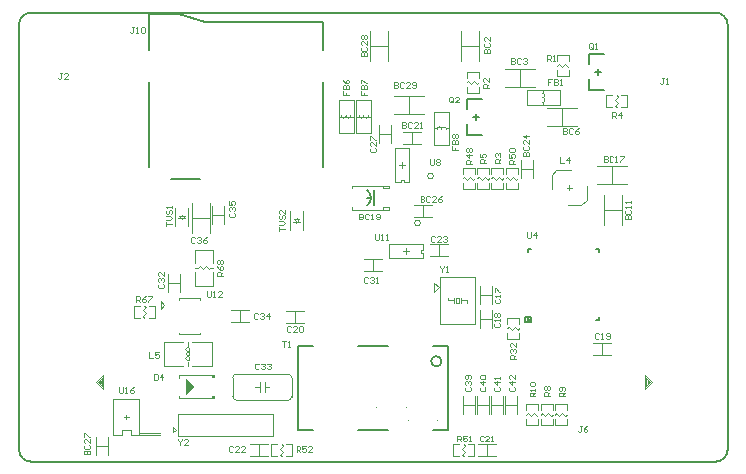
<source format=gto>
%FSLAX44Y44*%
%MOMM*%
G71*
G01*
G75*
%ADD10R,0.5000X0.6000*%
%ADD11R,0.6000X0.5000*%
%ADD12R,0.5000X1.1000*%
%ADD13R,1.1000X0.5000*%
%ADD14R,0.8128X0.8128*%
%ADD15R,1.0160X0.8890*%
%ADD16R,2.4000X1.2500*%
%ADD17R,1.2000X1.2500*%
%ADD18R,0.8890X1.0160*%
%ADD19R,1.6002X1.2954*%
%ADD20R,0.7600X1.5200*%
%ADD21R,0.8128X0.8128*%
%ADD22R,1.0668X0.8128*%
G04:AMPARAMS|DCode=23|XSize=0.22mm|YSize=0.8mm|CornerRadius=0mm|HoleSize=0mm|Usage=FLASHONLY|Rotation=90.000|XOffset=0mm|YOffset=0mm|HoleType=Round|Shape=RoundedRectangle|*
%AMROUNDEDRECTD23*
21,1,0.2200,0.8000,0,0,90.0*
21,1,0.2200,0.8000,0,0,90.0*
1,1,0.0000,0.4000,0.1100*
1,1,0.0000,0.4000,-0.1100*
1,1,0.0000,-0.4000,-0.1100*
1,1,0.0000,-0.4000,0.1100*
%
%ADD23ROUNDEDRECTD23*%
G04:AMPARAMS|DCode=24|XSize=0.22mm|YSize=0.8mm|CornerRadius=0mm|HoleSize=0mm|Usage=FLASHONLY|Rotation=0.000|XOffset=0mm|YOffset=0mm|HoleType=Round|Shape=RoundedRectangle|*
%AMROUNDEDRECTD24*
21,1,0.2200,0.8000,0,0,0.0*
21,1,0.2200,0.8000,0,0,0.0*
1,1,0.0000,0.1100,-0.4000*
1,1,0.0000,-0.1100,-0.4000*
1,1,0.0000,-0.1100,0.4000*
1,1,0.0000,0.1100,0.4000*
%
%ADD24ROUNDEDRECTD24*%
%ADD25R,4.3000X4.3000*%
%ADD26R,0.7000X0.6000*%
%ADD27R,1.2500X0.3000*%
%ADD28R,0.7000X1.6000*%
%ADD29R,1.1000X1.4000*%
%ADD30R,1.6000X1.4000*%
%ADD31R,1.2000X2.2000*%
%ADD32R,1.2000X1.4000*%
%ADD33R,0.8000X1.6000*%
%ADD34R,1.4000X0.6000*%
%ADD35P,1.8385X4X90.0*%
%ADD36R,1.2700X0.5080*%
%ADD37R,1.3970X1.3970*%
%ADD38R,1.2000X1.6000*%
%ADD39R,1.5000X0.4000*%
%ADD40C,0.4000*%
%ADD41C,0.2000*%
%ADD42C,0.3000*%
%ADD43C,0.2540*%
%ADD44C,0.1270*%
%ADD45C,0.6000*%
%ADD46R,1.3000X1.2000*%
%ADD47C,0.0254*%
%ADD48C,4.4000*%
%ADD49C,0.5000*%
G04:AMPARAMS|DCode=50|XSize=4mm|YSize=4mm|CornerRadius=2mm|HoleSize=0mm|Usage=FLASHONLY|Rotation=0.000|XOffset=0mm|YOffset=0mm|HoleType=Round|Shape=RoundedRectangle|*
%AMROUNDEDRECTD50*
21,1,4.0000,0.0000,0,0,0.0*
21,1,0.0000,4.0000,0,0,0.0*
1,1,4.0000,0.0000,0.0000*
1,1,4.0000,0.0000,0.0000*
1,1,4.0000,0.0000,0.0000*
1,1,4.0000,0.0000,0.0000*
%
%ADD50ROUNDEDRECTD50*%
%ADD51R,1.5240X1.5240*%
%ADD52C,1.5240*%
%ADD53C,3.6000*%
%ADD54R,1.4000X1.2000*%
%ADD55R,0.4000X1.0000*%
%ADD56R,1.0000X0.4000*%
%ADD57R,1.6000X1.2000*%
%ADD58O,2.0320X0.6096*%
%ADD59R,2.0320X0.6096*%
%ADD60R,0.7250X2.3500*%
%ADD61R,1.3970X1.3970*%
%ADD62P,1.8385X4X180.0*%
%ADD63R,0.2000X0.7500*%
%ADD64R,0.7500X0.2000*%
%ADD65R,1.5000X0.8000*%
%ADD66R,1.0000X1.5000*%
%ADD67R,2.1000X3.0000*%
%ADD68R,0.8000X2.1000*%
%ADD69R,1.6000X2.2000*%
%ADD70C,0.8000*%
G04:AMPARAMS|DCode=71|XSize=2mm|YSize=2mm|CornerRadius=0mm|HoleSize=0mm|Usage=FLASHONLY|Rotation=180.000|XOffset=0mm|YOffset=0mm|HoleType=Round|Shape=RoundedRectangle|*
%AMROUNDEDRECTD71*
21,1,2.0000,2.0000,0,0,180.0*
21,1,2.0000,2.0000,0,0,180.0*
1,1,0.0000,-1.0000,1.0000*
1,1,0.0000,1.0000,1.0000*
1,1,0.0000,1.0000,-1.0000*
1,1,0.0000,-1.0000,-1.0000*
%
%ADD71ROUNDEDRECTD71*%
%ADD72R,2.1500X6.3000*%
%ADD73C,0.8000*%
%ADD74R,1.1000X0.4000*%
%ADD75R,1.9250X2.3500*%
%ADD76C,4.0000*%
%ADD77C,0.1250*%
%ADD78C,0.1524*%
%ADD79C,0.1200*%
%ADD80C,0.2032*%
%ADD81C,0.1000*%
G36*
X-151313Y-126717D02*
X-158250Y-133654D01*
Y-119779D01*
X-151313Y-126717D01*
D02*
G37*
D41*
X-290000Y190000D02*
G03*
X-300000Y180000I0J-10000D01*
G01*
Y-180000D02*
G03*
X-290000Y-190000I10000J0D01*
G01*
X299941Y180000D02*
G03*
X289941Y190000I-10000J0D01*
G01*
Y-190000D02*
G03*
X299941Y-180000I0J10000D01*
G01*
X128428Y-72250D02*
X133178D01*
X128428D02*
Y-67500D01*
X130678Y-70000D02*
Y-67500D01*
Y-10000D02*
X133178D01*
X130678Y-12500D02*
Y-10000D01*
X188178D02*
X190678D01*
Y-12500D02*
Y-10000D01*
Y-70000D02*
Y-67500D01*
X188178Y-70000D02*
X190678D01*
X130678D02*
X133178D01*
Y-72250D02*
Y-67500D01*
X128428D02*
X133178D01*
X-290000Y190000D02*
X289941Y190000D01*
X300000Y-180000D02*
Y180000D01*
X-290000Y-190000D02*
X289941Y-190000D01*
X-300000Y-180000D02*
Y180000D01*
X289941Y-190000D02*
G03*
X299941Y-180000I0J10000D01*
G01*
Y180000D02*
G03*
X289941Y190000I-10000J0D01*
G01*
X-300000Y-180000D02*
G03*
X-290000Y-190000I10000J0D01*
G01*
Y190000D02*
G03*
X-300000Y180000I0J-10000D01*
G01*
X300000Y-180000D02*
Y180000D01*
X-300000Y-180000D02*
Y180000D01*
X-290000Y-190000D02*
X289941Y-190000D01*
X-290000Y190000D02*
X289941Y190000D01*
D44*
X57726Y-105140D02*
G03*
X57726Y-105140I-4387J0D01*
G01*
X-42629Y59448D02*
Y131448D01*
Y158448D02*
Y182188D01*
X-142629D02*
X-42629D01*
X-164629Y189188D02*
X-142629Y182188D01*
X-189629Y189188D02*
X-164629D01*
X-189629Y158448D02*
Y189188D01*
Y59448D02*
Y131448D01*
X-171353Y48951D02*
X-146883D01*
X-171353D02*
Y49471D01*
X-146883D01*
Y48951D02*
Y49471D01*
D47*
X53993Y-154584D02*
X54000D01*
X27493Y-143984D02*
X27500D01*
X2493D02*
X2500D01*
X28993Y-154584D02*
X29000D01*
D77*
X40000Y12000D02*
G03*
X40000Y12000I-2500J0D01*
G01*
X50842Y51770D02*
G03*
X50842Y51770I-2500J0D01*
G01*
X142728Y114191D02*
G03*
X142731Y118000I637J1904D01*
G01*
X142728Y118001D02*
G03*
X142731Y121810I637J1904D01*
G01*
X-7999Y103272D02*
G03*
X-4190Y103269I1904J-637D01*
G01*
X-11809Y103272D02*
G03*
X-8000Y103269I1904J-637D01*
G01*
X-22999Y103272D02*
G03*
X-19190Y103269I1904J-637D01*
G01*
X-26809Y103272D02*
G03*
X-23000Y103269I1904J-637D01*
G01*
X57999Y90728D02*
G03*
X54190Y90731I-1904J637D01*
G01*
X61809Y90728D02*
G03*
X58000Y90731I-1904J637D01*
G01*
X-155204Y-95190D02*
G03*
X-155204Y-95190I-1796J0D01*
G01*
Y-99000D02*
G03*
X-155204Y-99000I-1796J0D01*
G01*
Y-102810D02*
G03*
X-155204Y-102810I-1796J0D01*
G01*
X-8120Y-18920D02*
X-500D01*
Y-29080D02*
Y-18920D01*
X-8120Y-29080D02*
X-500D01*
Y-18920D02*
X7120D01*
X-500Y-29080D02*
Y-18920D01*
Y-29080D02*
X7120D01*
X15080Y87000D02*
Y94620D01*
X4920Y87000D02*
X15080D01*
X4920D02*
Y94620D01*
X15080Y79380D02*
Y87000D01*
X4920D02*
X15080D01*
X4920Y79380D02*
Y87000D01*
X28000Y-14500D02*
Y-9500D01*
X25500Y-12000D02*
X30500D01*
X13500Y-6000D02*
X42500D01*
X13500Y-18000D02*
Y-6000D01*
Y-18000D02*
X42500D01*
Y-13250D01*
X40687D02*
X42500D01*
X40687D02*
Y-10750D01*
X42500D01*
Y-6000D01*
X21842Y61270D02*
X26842D01*
X24342Y58770D02*
Y63770D01*
X30342Y46770D02*
Y75770D01*
X18342D02*
X30342D01*
X18342Y46770D02*
Y75770D01*
Y46770D02*
X23092D01*
Y48583D01*
X25592D01*
Y46770D02*
Y48583D01*
Y46770D02*
X30342D01*
X133840Y124350D02*
X157970D01*
Y111650D02*
Y124350D01*
X130030Y111650D02*
X157970D01*
X130030D02*
Y124350D01*
X133840D01*
X144000Y112000D02*
Y114190D01*
Y121810D02*
Y124000D01*
X-150620Y-26000D02*
X-148080D01*
X-146810Y-24730D01*
X-144270Y-27270D01*
X-141730Y-24730D01*
X-139190Y-27270D01*
X-137920Y-26000D01*
X-135380D01*
X-150620Y-41240D02*
Y-29810D01*
Y-41240D02*
X-135380D01*
Y-29810D01*
X-150620Y-22190D02*
Y-10760D01*
X-135380D01*
Y-22190D02*
Y-10760D01*
X-2620Y161500D02*
X12620D01*
X-2620Y148800D02*
Y174200D01*
X12620Y148800D02*
Y174200D01*
X-164500Y-136467D02*
Y-134467D01*
Y-118967D02*
Y-116967D01*
X-136750Y-136217D02*
Y-134717D01*
X-136750Y-118717D02*
X-136750Y-116967D01*
X-134500Y-136467D02*
Y-134717D01*
Y-118717D02*
Y-116967D01*
X-164500D02*
X-134500D01*
X-164500Y-136467D02*
X-134500D01*
X-135500Y-118717D02*
X-135500Y-116967D01*
Y-136217D02*
Y-134717D01*
X-136750D02*
X-134500D01*
X-136750Y-118717D02*
X-134500D01*
X111920Y-149620D02*
Y-142000D01*
X122080D01*
Y-149620D02*
Y-142000D01*
X111920D02*
Y-134380D01*
Y-142000D02*
X122080D01*
Y-134380D01*
X99920Y-149620D02*
Y-142000D01*
X110080D01*
Y-149620D02*
Y-142000D01*
X99920D02*
Y-134380D01*
Y-142000D02*
X110080D01*
Y-134380D01*
X87920Y-149620D02*
Y-142000D01*
X98080D01*
Y-149620D02*
Y-142000D01*
X87920D02*
Y-134380D01*
Y-142000D02*
X98080D01*
Y-134380D01*
X75920Y-149620D02*
Y-142000D01*
X86080D01*
Y-149620D02*
Y-142000D01*
X75920D02*
Y-134380D01*
Y-142000D02*
X86080D01*
Y-134380D01*
X111300Y127380D02*
X136700D01*
X111300Y142620D02*
X136700D01*
X124000Y127380D02*
Y142620D01*
X13568Y23302D02*
Y25301D01*
X8569D02*
X13568D01*
X8569Y23302D02*
Y25301D01*
Y23302D02*
X13568D01*
Y41303D02*
Y43302D01*
X8569D02*
X13568D01*
X8569Y41303D02*
Y43302D01*
Y41303D02*
X13568D01*
Y23302D02*
Y25301D01*
X-18431Y23302D02*
X13568D01*
X-18431D02*
Y25301D01*
Y41303D02*
Y43302D01*
X13568D01*
Y41303D02*
Y43302D01*
X30000Y104380D02*
Y119620D01*
X17300D02*
X42700D01*
X17300Y104380D02*
X42700D01*
X-4190Y102000D02*
X-2000D01*
X-14000D02*
X-11810D01*
X-1650Y112160D02*
Y115970D01*
X-14350D02*
X-1650D01*
X-14350Y88030D02*
Y115970D01*
Y88030D02*
X-1650D01*
Y112160D01*
X-19190Y102000D02*
X-17000D01*
X-29000D02*
X-26810D01*
X-16650Y112160D02*
Y115970D01*
X-29350D02*
X-16650D01*
X-29350Y88030D02*
Y115970D01*
Y88030D02*
X-16650D01*
Y112160D01*
X155920Y145000D02*
X157190Y146270D01*
X159730Y143730D01*
X162270Y146270D01*
X164810Y143730D01*
X166080Y145000D01*
X155920Y136110D02*
Y141190D01*
Y136110D02*
X166080D01*
Y141190D01*
X155920Y148810D02*
Y153890D01*
X166080D01*
Y148810D02*
Y153890D01*
X78920Y131000D02*
X80190Y132270D01*
X82730Y129730D01*
X85270Y132270D01*
X87810Y129730D01*
X89080Y131000D01*
X78920Y122110D02*
Y127190D01*
Y122110D02*
X89080D01*
Y127190D01*
X78920Y134810D02*
Y139890D01*
X89080D01*
Y134810D02*
Y139890D01*
X42000Y16920D02*
X49620D01*
X42000D02*
Y27080D01*
X49620D01*
X34380Y16920D02*
X42000D01*
Y27080D01*
X34380D02*
X42000D01*
X125260Y50380D02*
Y58000D01*
X135420D01*
Y50380D02*
Y58000D01*
X125260D02*
Y65620D01*
Y58000D02*
X135420D01*
Y65620D01*
X162710Y-151540D02*
X163980Y-150270D01*
X160170Y-149000D02*
X162710Y-151540D01*
X157630D02*
X160170Y-149000D01*
X155090D02*
X157630Y-151540D01*
X153820Y-150270D02*
X155090Y-149000D01*
X163980Y-146460D02*
Y-141380D01*
X153820D02*
X163980D01*
X153820Y-146460D02*
Y-141380D01*
X163980Y-159160D02*
Y-154080D01*
X153820Y-159160D02*
X163980D01*
X153820D02*
Y-154080D01*
X138540Y-151540D02*
X139810Y-150270D01*
X136000Y-149000D02*
X138540Y-151540D01*
X133460D02*
X136000Y-149000D01*
X130920D02*
X133460Y-151540D01*
X129650Y-150270D02*
X130920Y-149000D01*
X139810Y-146460D02*
Y-141380D01*
X129650D02*
X139810D01*
X129650Y-146460D02*
Y-141380D01*
X139810Y-159160D02*
Y-154080D01*
X129650Y-159160D02*
X139810D01*
X129650D02*
Y-154080D01*
X150540Y-151540D02*
X151810Y-150270D01*
X148000Y-149000D02*
X150540Y-151540D01*
X145460D02*
X148000Y-149000D01*
X142920D02*
X145460Y-151540D01*
X141650Y-150270D02*
X142920Y-149000D01*
X151810Y-146460D02*
Y-141380D01*
X141650D02*
X151810D01*
X141650Y-146460D02*
Y-141380D01*
X151810Y-159160D02*
Y-154080D01*
X141650Y-159160D02*
X151810D01*
X141650D02*
Y-154080D01*
X52000Y92000D02*
X54190D01*
X61810D02*
X64000D01*
X51650Y78030D02*
Y81840D01*
Y78030D02*
X64350D01*
Y105970D01*
X51650D02*
X64350D01*
X51650Y81840D02*
Y105970D01*
X209810Y109920D02*
X214890D01*
Y120080D01*
X209810D02*
X214890D01*
X197110Y109920D02*
X202190D01*
X197110D02*
Y120080D01*
X202190D01*
X204730Y111190D02*
X206000Y109920D01*
X204730Y111190D02*
X207270Y113730D01*
X204730Y116270D02*
X207270Y113730D01*
X204730Y116270D02*
X207270Y118810D01*
X206000Y120080D02*
X207270Y118810D01*
X186380Y-89920D02*
X194000D01*
Y-100080D02*
Y-89920D01*
X186380Y-100080D02*
X194000D01*
Y-89920D02*
X201620D01*
X194000Y-100080D02*
Y-89920D01*
Y-100080D02*
X201620D01*
X-67270Y15000D02*
X-62730D01*
X-67270D02*
X-65000Y12730D01*
X-62730Y15000D01*
X-70500Y6000D02*
Y22000D01*
X-59500Y6000D02*
Y22000D01*
X-68000Y13000D02*
X-62000D01*
X-65033Y12000D02*
Y13000D01*
X-65000Y15000D02*
Y16000D01*
X-136348Y11486D02*
Y19106D01*
X-126188D01*
Y11486D02*
Y19106D01*
X-136348D02*
Y26726D01*
Y19106D02*
X-126188D01*
Y26726D01*
X-224920Y-177000D02*
Y-169380D01*
X-235080Y-177000D02*
X-224920D01*
X-235080D02*
Y-169380D01*
X-224920Y-184620D02*
Y-177000D01*
X-235080D02*
X-224920D01*
X-235080Y-184620D02*
Y-177000D01*
X100129Y-49066D02*
Y-41446D01*
X89969Y-49066D02*
X100129D01*
X89969D02*
Y-41446D01*
X100129Y-56686D02*
Y-49066D01*
X89969D02*
X100129D01*
X89969Y-56686D02*
Y-49066D01*
X90050Y-76741D02*
Y-69121D01*
X100210D01*
Y-76741D02*
Y-69121D01*
X90050D02*
Y-61501D01*
Y-69121D02*
X100210D01*
Y-61501D01*
X108750Y48730D02*
X110020Y50000D01*
X106210Y51270D02*
X108750Y48730D01*
X103670D02*
X106210Y51270D01*
X101130D02*
X103670Y48730D01*
X99860Y50000D02*
X101130Y51270D01*
X110020Y53810D02*
Y58890D01*
X99860D02*
X110020D01*
X99860Y53810D02*
Y58890D01*
X110020Y41110D02*
Y46190D01*
X99860Y41110D02*
X110020D01*
X99860D02*
Y46190D01*
X96730Y48730D02*
X98000Y50000D01*
X94190Y51270D02*
X96730Y48730D01*
X91650D02*
X94190Y51270D01*
X89110D02*
X91650Y48730D01*
X87840Y50000D02*
X89110Y51270D01*
X98000Y53810D02*
Y58890D01*
X87840D02*
X98000D01*
X87840Y53810D02*
Y58890D01*
X98000Y41110D02*
Y46190D01*
X87840Y41110D02*
X98000D01*
X87840D02*
Y46190D01*
X113276Y-77000D02*
X114546Y-75730D01*
X117086Y-78270D01*
X119626Y-75730D01*
X122166Y-78270D01*
X123436Y-77000D01*
X113276Y-85890D02*
Y-80810D01*
Y-85890D02*
X123436D01*
Y-80810D01*
X113276Y-73190D02*
Y-68110D01*
X123436D01*
Y-73190D02*
Y-68110D01*
X84789Y48730D02*
X86059Y50000D01*
X82248Y51270D02*
X84789Y48730D01*
X79708D02*
X82248Y51270D01*
X77168D02*
X79708Y48730D01*
X75898Y50000D02*
X77168Y51270D01*
X86059Y53810D02*
Y58890D01*
X75898D02*
X86059D01*
X75898Y53810D02*
Y58890D01*
X86059Y41110D02*
Y46190D01*
X75898Y41110D02*
X86059D01*
X75898D02*
Y46190D01*
X112146Y50000D02*
X113416Y51270D01*
X115956Y48730D01*
X118496Y51270D01*
X121036Y48730D01*
X122306Y50000D01*
X112146Y41110D02*
Y46190D01*
Y41110D02*
X122306D01*
Y46190D01*
X112146Y53810D02*
Y58890D01*
X122306D01*
Y53810D02*
Y58890D01*
X-104720Y-175394D02*
X-97100D01*
Y-185554D02*
Y-175394D01*
X-104720Y-185554D02*
X-97100D01*
Y-175394D02*
X-89480D01*
X-97100Y-185554D02*
Y-175394D01*
Y-185554D02*
X-89480D01*
X-73743D02*
X-68663D01*
Y-175394D01*
X-73743D02*
X-68663D01*
X-86443Y-185554D02*
X-81363D01*
X-86443D02*
Y-175394D01*
X-81363D01*
X-78823Y-184284D02*
X-77553Y-185554D01*
X-78823Y-184284D02*
X-76283Y-181744D01*
X-78823Y-179204D02*
X-76283Y-181744D01*
X-78823Y-179204D02*
X-76283Y-176664D01*
X-77553Y-175394D02*
X-76283Y-176664D01*
X96000Y-185554D02*
X103620D01*
X96000D02*
Y-175394D01*
X103620D01*
X88380Y-185554D02*
X96000D01*
Y-175394D01*
X88380D02*
X96000D01*
X67563D02*
X72643D01*
X67563Y-185554D02*
Y-175394D01*
Y-185554D02*
X72643D01*
X80263Y-175394D02*
X85343D01*
Y-185554D02*
Y-175394D01*
X80263Y-185554D02*
X85343D01*
X76453Y-175394D02*
X77723Y-176664D01*
X75183Y-179204D02*
X77723Y-176664D01*
X75183Y-179204D02*
X77723Y-181744D01*
X75183Y-184284D02*
X77723Y-181744D01*
X75183Y-184284D02*
X76453Y-185554D01*
X55540Y-16080D02*
X63160D01*
X55540D02*
Y-5920D01*
X63160D01*
X47920Y-16080D02*
X55540D01*
Y-5920D01*
X47920D02*
X55540D01*
X25380Y89080D02*
X33000D01*
Y78920D02*
Y89080D01*
X25380Y78920D02*
X33000D01*
Y89080D02*
X40620D01*
X33000Y78920D02*
Y89080D01*
Y78920D02*
X40620D01*
X74110Y161500D02*
X89350D01*
X74110Y148800D02*
Y174200D01*
X89350Y148800D02*
Y174200D01*
X-170000Y-165000D02*
X-167000Y-163000D01*
X-170000Y-165000D02*
Y-161000D01*
X-167000Y-163000D01*
X-165000Y-168000D02*
Y-150000D01*
Y-168000D02*
X-85000D01*
Y-150000D01*
X-165000D02*
X-85000D01*
X-73620Y-62920D02*
X-66000D01*
Y-73080D02*
Y-62920D01*
X-73620Y-73080D02*
X-66000D01*
Y-62920D02*
X-58380D01*
X-66000Y-73080D02*
Y-62920D01*
Y-73080D02*
X-58380D01*
X-153620Y3300D02*
Y28700D01*
X-138380Y3300D02*
Y28700D01*
X-153620Y16000D02*
X-138380D01*
X-162000Y18000D02*
Y19000D01*
X-162033Y15000D02*
Y16000D01*
X-165000D02*
X-159000D01*
X-156500Y9000D02*
Y25000D01*
X-167500Y9000D02*
Y25000D01*
X-162000Y15730D02*
X-159730Y18000D01*
X-164270D02*
X-162000Y15730D01*
X-164270Y18000D02*
X-159730D01*
X202000Y45380D02*
Y60620D01*
X189300D02*
X214700D01*
X189300Y45380D02*
X214700D01*
X160000Y94380D02*
Y109620D01*
X147300D02*
X172700D01*
X147300Y94380D02*
X172700D01*
X195380Y23000D02*
X210620D01*
X195380Y10300D02*
Y35700D01*
X210620Y10300D02*
Y35700D01*
X-180000Y-54500D02*
X-177000Y-57500D01*
X-180000Y-60500D02*
Y-54500D01*
Y-60500D02*
X-177000Y-57500D01*
X-147110Y-82240D02*
Y-80970D01*
X-164890Y-82240D02*
X-147110D01*
X-164890D02*
Y-80970D01*
X-147110Y-53030D02*
Y-51760D01*
X-164890D02*
X-147110D01*
X-164890Y-53030D02*
Y-51760D01*
X-195270Y-66810D02*
X-194000Y-68080D01*
X-195270Y-66810D02*
X-192730Y-64270D01*
X-195270Y-61730D02*
X-192730Y-64270D01*
X-195270Y-61730D02*
X-192730Y-59190D01*
X-194000Y-57920D02*
X-192730Y-59190D01*
X-190190Y-68080D02*
X-185110D01*
Y-57920D01*
X-190190D02*
X-185110D01*
X-202890Y-68080D02*
X-197810D01*
X-202890D02*
Y-57920D01*
X-197810D01*
X-157000Y-109160D02*
Y-105350D01*
Y-92650D02*
Y-88840D01*
X-153190Y-109160D02*
X-136680D01*
Y-88840D01*
X-153190D02*
X-136680D01*
X-177320D02*
X-160810D01*
X-177320Y-109160D02*
Y-88840D01*
Y-109160D02*
X-160810D01*
X-113000Y-72080D02*
X-105380D01*
X-113000D02*
Y-61920D01*
X-105380D01*
X-120620Y-72080D02*
X-113000D01*
Y-61920D01*
X-120620D02*
X-113000D01*
X-174080Y-46620D02*
Y-39000D01*
X-163920D01*
Y-46620D02*
Y-39000D01*
X-174080D02*
Y-31380D01*
Y-39000D02*
X-163920D01*
Y-31380D01*
D78*
X-5138Y26794D02*
G03*
X-5257Y39697I-4789J6408D01*
G01*
X231Y26852D02*
Y39552D01*
X-5181Y33202D02*
X-2563D01*
D79*
X-116000Y-116000D02*
G03*
X-119000Y-119000I0J-3000D01*
G01*
X-69000D02*
G03*
X-72000Y-116000I-3000J0D01*
G01*
Y-138000D02*
G03*
X-69000Y-135000I0J3000D01*
G01*
X-119000D02*
G03*
X-116000Y-138000I3000J0D01*
G01*
X-231950Y-122500D02*
X-230950Y-123500D01*
Y-121500D01*
X-231950Y-122500D02*
X-230950Y-121500D01*
X-233450Y-122500D02*
X-229950Y-126000D01*
Y-119000D01*
X-233450Y-122500D02*
X-229950Y-119000D01*
X-234950Y-122500D02*
X-228950Y-128500D01*
Y-116500D01*
X-234950Y-122500D02*
X-228950Y-116500D01*
X56236Y-33612D02*
X86236D01*
X56236Y-73611D02*
Y-33612D01*
Y-73611D02*
X86236D01*
Y-33612D01*
X79236Y-55612D02*
Y-53611D01*
X74236D02*
X79236D01*
X63236D02*
Y-51611D01*
Y-53611D02*
X68236D01*
X51236Y-46611D02*
X55236Y-42611D01*
X51236Y-46611D02*
Y-38612D01*
X55236Y-42611D01*
X74236Y-55612D02*
Y-51611D01*
X70236D02*
X72236D01*
Y-55612D02*
Y-51611D01*
X70236Y-55612D02*
X72236D01*
X70236D02*
Y-51611D01*
X68236Y-55612D02*
Y-51611D01*
X56236Y-33612D02*
X86236D01*
X56236Y-73611D02*
Y-33612D01*
Y-73611D02*
X86236D01*
Y-33612D01*
X232200Y-121750D02*
X233200Y-122750D01*
X232200Y-123750D02*
Y-121750D01*
Y-123750D02*
X233200Y-122750D01*
X231200Y-119250D02*
X234700Y-122750D01*
X231200Y-126250D02*
Y-119250D01*
Y-126250D02*
X234700Y-122750D01*
X230200Y-116750D02*
X236200Y-122750D01*
X230200Y-128750D02*
Y-116750D01*
Y-128750D02*
X236200Y-122750D01*
X151000Y53000D02*
X155000Y57000D01*
Y57000D02*
X167000D01*
X151000Y41000D02*
Y53000D01*
X164000Y42000D02*
X168000D01*
X166000Y40000D02*
Y44000D01*
X164750Y27000D02*
X176250Y27000D01*
X176250Y27000D02*
X181000Y31750D01*
X181000Y43000D02*
X181000Y31750D01*
X-116000Y-116000D02*
X-72000D01*
X-69000Y-135000D02*
Y-119000D01*
X-116000Y-138000D02*
X-72000D01*
X-119000Y-135000D02*
Y-119000D01*
X-96000Y-131000D02*
Y-123000D01*
X-92000Y-131000D02*
Y-123000D01*
Y-127000D02*
X-88000D01*
X-100000D02*
X-96000D01*
X-209000Y-154250D02*
Y-150250D01*
X-211000Y-152250D02*
X-207000D01*
X-220000Y-167250D02*
X-213000D01*
Y-163250D01*
X-205000D01*
Y-167250D02*
Y-163250D01*
Y-167250D02*
X-198250D01*
Y-137250D01*
X-220000D02*
X-198250D01*
X-220000Y-167250D02*
Y-137250D01*
X-198250Y-167250D02*
X-180250D01*
X-198250Y-166250D02*
X-180250D01*
D80*
X-63500Y-92450D02*
X-50800Y-92440D01*
X50800D02*
X63500Y-92450D01*
X-63500Y-163550D02*
X-50800Y-163560D01*
X50800D02*
X63500Y-163550D01*
X-12700Y-163560D02*
X12700D01*
X-63500Y-163550D02*
Y-92450D01*
X-12700Y-92440D02*
X12700D01*
X63500Y-163550D02*
Y-92450D01*
X182456Y155189D02*
X195156D01*
X182456Y124709D02*
X195156D01*
X187574Y139949D02*
X192578D01*
X182456Y146299D02*
Y155189D01*
Y124709D02*
Y133599D01*
X190076Y137447D02*
Y142451D01*
X79456Y117189D02*
X92156D01*
X79456Y86709D02*
X92156D01*
X84574Y101949D02*
X89578D01*
X79456Y108299D02*
Y117189D01*
Y86709D02*
Y95599D01*
X87076Y99447D02*
Y104451D01*
D81*
X-4304Y-34835D02*
X-5137Y-34002D01*
X-6803D01*
X-7636Y-34835D01*
Y-38167D01*
X-6803Y-39000D01*
X-5137D01*
X-4304Y-38167D01*
X-2638Y-34835D02*
X-1805Y-34002D01*
X-139D01*
X694Y-34835D01*
Y-35668D01*
X-139Y-36501D01*
X-972D01*
X-139D01*
X694Y-37334D01*
Y-38167D01*
X-139Y-39000D01*
X-1805D01*
X-2638Y-38167D01*
X2360Y-39000D02*
X4027D01*
X3194D01*
Y-34002D01*
X2360Y-34835D01*
X-2165Y75332D02*
X-2998Y74499D01*
Y72833D01*
X-2165Y72000D01*
X1167D01*
X2000Y72833D01*
Y74499D01*
X1167Y75332D01*
X2000Y80331D02*
Y76998D01*
X-1332Y80331D01*
X-2165D01*
X-2998Y79498D01*
Y77831D01*
X-2165Y76998D01*
X-2998Y81997D02*
Y85329D01*
X-2165D01*
X1167Y81997D01*
X2000D01*
X1425Y2923D02*
Y-1242D01*
X2258Y-2075D01*
X3924D01*
X4757Y-1242D01*
Y2923D01*
X6423Y-2075D02*
X8089D01*
X7256D01*
Y2923D01*
X6423Y2090D01*
X10589Y-2075D02*
X12255D01*
X11422D01*
Y2923D01*
X10589Y2090D01*
X48342Y66268D02*
Y62103D01*
X49175Y61270D01*
X50841D01*
X51674Y62103D01*
Y66268D01*
X53340Y65435D02*
X54173Y66268D01*
X55839D01*
X56673Y65435D01*
Y64602D01*
X55839Y63769D01*
X56673Y62936D01*
Y62103D01*
X55839Y61270D01*
X54173D01*
X53340Y62103D01*
Y62936D01*
X54173Y63769D01*
X53340Y64602D01*
Y65435D01*
X54173Y63769D02*
X55839D01*
X-165000Y-171002D02*
Y-171835D01*
X-163334Y-173501D01*
X-161668Y-171835D01*
Y-171002D01*
X-163334Y-173501D02*
Y-176000D01*
X-156669D02*
X-160002D01*
X-156669Y-172668D01*
Y-171835D01*
X-157502Y-171002D01*
X-159169D01*
X-160002Y-171835D01*
X-127000Y-33000D02*
X-131998D01*
Y-30501D01*
X-131165Y-29668D01*
X-129499D01*
X-128666Y-30501D01*
Y-33000D01*
Y-31334D02*
X-127000Y-29668D01*
X-131998Y-24669D02*
X-131165Y-26335D01*
X-129499Y-28002D01*
X-127833D01*
X-127000Y-27169D01*
Y-25503D01*
X-127833Y-24669D01*
X-128666D01*
X-129499Y-25503D01*
Y-28002D01*
X-131165Y-23003D02*
X-131998Y-22170D01*
Y-20504D01*
X-131165Y-19671D01*
X-130332D01*
X-129499Y-20504D01*
X-128666Y-19671D01*
X-127833D01*
X-127000Y-20504D01*
Y-22170D01*
X-127833Y-23003D01*
X-128666D01*
X-129499Y-22170D01*
X-130332Y-23003D01*
X-131165D01*
X-129499Y-22170D02*
Y-20504D01*
X-186000Y-116002D02*
Y-121000D01*
X-183501D01*
X-182668Y-120167D01*
Y-116835D01*
X-183501Y-116002D01*
X-186000D01*
X-178503Y-121000D02*
Y-116002D01*
X-181002Y-118501D01*
X-177669D01*
X17479Y131397D02*
Y126399D01*
X19978D01*
X20811Y127232D01*
Y128065D01*
X19978Y128898D01*
X17479D01*
X19978D01*
X20811Y129731D01*
Y130564D01*
X19978Y131397D01*
X17479D01*
X25810Y130564D02*
X24976Y131397D01*
X23310D01*
X22477Y130564D01*
Y127232D01*
X23310Y126399D01*
X24976D01*
X25810Y127232D01*
X30808Y126399D02*
X27476D01*
X30808Y129731D01*
Y130564D01*
X29975Y131397D01*
X28309D01*
X27476Y130564D01*
X32474Y127232D02*
X33307Y126399D01*
X34973D01*
X35806Y127232D01*
Y130564D01*
X34973Y131397D01*
X33307D01*
X32474Y130564D01*
Y129731D01*
X33307Y128898D01*
X35806D01*
X-9998Y153000D02*
X-5000D01*
Y155499D01*
X-5833Y156332D01*
X-6666D01*
X-7499Y155499D01*
Y153000D01*
Y155499D01*
X-8332Y156332D01*
X-9165D01*
X-9998Y155499D01*
Y153000D01*
X-9165Y161331D02*
X-9998Y160497D01*
Y158831D01*
X-9165Y157998D01*
X-5833D01*
X-5000Y158831D01*
Y160497D01*
X-5833Y161331D01*
X-5000Y166329D02*
Y162997D01*
X-8332Y166329D01*
X-9165D01*
X-9998Y165496D01*
Y163830D01*
X-9165Y162997D01*
Y167995D02*
X-9998Y168828D01*
Y170494D01*
X-9165Y171327D01*
X-8332D01*
X-7499Y170494D01*
X-6666Y171327D01*
X-5833D01*
X-5000Y170494D01*
Y168828D01*
X-5833Y167995D01*
X-6666D01*
X-7499Y168828D01*
X-8332Y167995D01*
X-9165D01*
X-7499Y168828D02*
Y170494D01*
X24708Y97271D02*
Y92272D01*
X27207D01*
X28040Y93105D01*
Y93939D01*
X27207Y94772D01*
X24708D01*
X27207D01*
X28040Y95605D01*
Y96438D01*
X27207Y97271D01*
X24708D01*
X33038Y96438D02*
X32205Y97271D01*
X30539D01*
X29706Y96438D01*
Y93105D01*
X30539Y92272D01*
X32205D01*
X33038Y93105D01*
X38037Y92272D02*
X34704D01*
X38037Y95605D01*
Y96438D01*
X37204Y97271D01*
X35537D01*
X34704Y96438D01*
X39703Y92272D02*
X41369D01*
X40536D01*
Y97271D01*
X39703Y96438D01*
X67002Y77332D02*
Y74000D01*
X69501D01*
Y75666D01*
Y74000D01*
X72000D01*
X67002Y78998D02*
X72000D01*
Y81497D01*
X71167Y82331D01*
X70334D01*
X69501Y81497D01*
Y78998D01*
Y81497D01*
X68668Y82331D01*
X67835D01*
X67002Y81497D01*
Y78998D01*
X67835Y83997D02*
X67002Y84830D01*
Y86496D01*
X67835Y87329D01*
X68668D01*
X69501Y86496D01*
X70334Y87329D01*
X71167D01*
X72000Y86496D01*
Y84830D01*
X71167Y83997D01*
X70334D01*
X69501Y84830D01*
X68668Y83997D01*
X67835D01*
X69501Y84830D02*
Y86496D01*
X93732Y155855D02*
X98730D01*
Y158354D01*
X97897Y159187D01*
X97064D01*
X96231Y158354D01*
Y155855D01*
Y158354D01*
X95398Y159187D01*
X94565D01*
X93732Y158354D01*
Y155855D01*
X94565Y164186D02*
X93732Y163353D01*
Y161686D01*
X94565Y160853D01*
X97897D01*
X98730Y161686D01*
Y163353D01*
X97897Y164186D01*
X98730Y169184D02*
Y165852D01*
X95398Y169184D01*
X94565D01*
X93732Y168351D01*
Y166685D01*
X94565Y165852D01*
X117000Y151998D02*
Y147000D01*
X119499D01*
X120332Y147833D01*
Y148666D01*
X119499Y149499D01*
X117000D01*
X119499D01*
X120332Y150332D01*
Y151165D01*
X119499Y151998D01*
X117000D01*
X125331Y151165D02*
X124497Y151998D01*
X122831D01*
X121998Y151165D01*
Y147833D01*
X122831Y147000D01*
X124497D01*
X125331Y147833D01*
X126997Y151165D02*
X127830Y151998D01*
X129496D01*
X130329Y151165D01*
Y150332D01*
X129496Y149499D01*
X128663D01*
X129496D01*
X130329Y148666D01*
Y147833D01*
X129496Y147000D01*
X127830D01*
X126997Y147833D01*
X161000Y91998D02*
Y87000D01*
X163499D01*
X164332Y87833D01*
Y88666D01*
X163499Y89499D01*
X161000D01*
X163499D01*
X164332Y90332D01*
Y91165D01*
X163499Y91998D01*
X161000D01*
X169331Y91165D02*
X168498Y91998D01*
X166831D01*
X165998Y91165D01*
Y87833D01*
X166831Y87000D01*
X168498D01*
X169331Y87833D01*
X174329Y91998D02*
X172663Y91165D01*
X170997Y89499D01*
Y87833D01*
X171830Y87000D01*
X173496D01*
X174329Y87833D01*
Y88666D01*
X173496Y89499D01*
X170997D01*
X213002Y15000D02*
X218000D01*
Y17499D01*
X217167Y18332D01*
X216334D01*
X215501Y17499D01*
Y15000D01*
Y17499D01*
X214668Y18332D01*
X213835D01*
X213002Y17499D01*
Y15000D01*
X213835Y23331D02*
X213002Y22497D01*
Y20831D01*
X213835Y19998D01*
X217167D01*
X218000Y20831D01*
Y22497D01*
X217167Y23331D01*
X218000Y24997D02*
Y26663D01*
Y25830D01*
X213002D01*
X213835Y24997D01*
X218000Y29162D02*
Y30828D01*
Y29995D01*
X213002D01*
X213835Y29162D01*
X195000Y68998D02*
Y64000D01*
X197499D01*
X198332Y64833D01*
Y65666D01*
X197499Y66499D01*
X195000D01*
X197499D01*
X198332Y67332D01*
Y68165D01*
X197499Y68998D01*
X195000D01*
X203331Y68165D02*
X202498Y68998D01*
X200831D01*
X199998Y68165D01*
Y64833D01*
X200831Y64000D01*
X202498D01*
X203331Y64833D01*
X204997Y64000D02*
X206663D01*
X205830D01*
Y68998D01*
X204997Y68165D01*
X209162Y68998D02*
X212494D01*
Y68165D01*
X209162Y64833D01*
Y64000D01*
X-12064Y19953D02*
Y14954D01*
X-9564D01*
X-8731Y15787D01*
Y16621D01*
X-9564Y17454D01*
X-12064D01*
X-9564D01*
X-8731Y18287D01*
Y19120D01*
X-9564Y19953D01*
X-12064D01*
X-3733Y19120D02*
X-4566Y19953D01*
X-6232D01*
X-7065Y19120D01*
Y15787D01*
X-6232Y14954D01*
X-4566D01*
X-3733Y15787D01*
X-2067Y14954D02*
X-401D01*
X-1234D01*
Y19953D01*
X-2067Y19120D01*
X2098Y15787D02*
X2932Y14954D01*
X4598D01*
X5431Y15787D01*
Y19120D01*
X4598Y19953D01*
X2932D01*
X2098Y19120D01*
Y18287D01*
X2932Y17454D01*
X5431D01*
X126788Y68522D02*
X131786D01*
Y71022D01*
X130953Y71855D01*
X130120D01*
X129287Y71022D01*
Y68522D01*
Y71022D01*
X128454Y71855D01*
X127621D01*
X126788Y71022D01*
Y68522D01*
X127621Y76853D02*
X126788Y76020D01*
Y74354D01*
X127621Y73521D01*
X130953D01*
X131786Y74354D01*
Y76020D01*
X130953Y76853D01*
X131786Y81851D02*
Y78519D01*
X128454Y81851D01*
X127621D01*
X126788Y81018D01*
Y79352D01*
X127621Y78519D01*
X131786Y86017D02*
X126788D01*
X129287Y83518D01*
Y86850D01*
X40000Y34998D02*
Y30000D01*
X42499D01*
X43332Y30833D01*
Y31666D01*
X42499Y32499D01*
X40000D01*
X42499D01*
X43332Y33332D01*
Y34165D01*
X42499Y34998D01*
X40000D01*
X48331Y34165D02*
X47498Y34998D01*
X45831D01*
X44998Y34165D01*
Y30833D01*
X45831Y30000D01*
X47498D01*
X48331Y30833D01*
X53329Y30000D02*
X49997D01*
X53329Y33332D01*
Y34165D01*
X52496Y34998D01*
X50830D01*
X49997Y34165D01*
X58327Y34998D02*
X56661Y34165D01*
X54995Y32499D01*
Y30833D01*
X55828Y30000D01*
X57494D01*
X58327Y30833D01*
Y31666D01*
X57494Y32499D01*
X54995D01*
X-244998Y-184000D02*
X-240000D01*
Y-181501D01*
X-240833Y-180668D01*
X-241666D01*
X-242499Y-181501D01*
Y-184000D01*
Y-181501D01*
X-243332Y-180668D01*
X-244165D01*
X-244998Y-181501D01*
Y-184000D01*
X-244165Y-175669D02*
X-244998Y-176502D01*
Y-178169D01*
X-244165Y-179002D01*
X-240833D01*
X-240000Y-178169D01*
Y-176502D01*
X-240833Y-175669D01*
X-240000Y-170671D02*
Y-174003D01*
X-243332Y-170671D01*
X-244165D01*
X-244998Y-171504D01*
Y-173170D01*
X-244165Y-174003D01*
X-244998Y-169005D02*
Y-165673D01*
X-244165D01*
X-240833Y-169005D01*
X-240000D01*
X103475Y-52127D02*
X102642Y-52960D01*
Y-54626D01*
X103475Y-55459D01*
X106807D01*
X107640Y-54626D01*
Y-52960D01*
X106807Y-52127D01*
X107640Y-50461D02*
Y-48794D01*
Y-49627D01*
X102642D01*
X103475Y-50461D01*
X102642Y-46295D02*
Y-42963D01*
X103475D01*
X106807Y-46295D01*
X107640D01*
X102922Y-73039D02*
X102089Y-73872D01*
Y-75538D01*
X102922Y-76371D01*
X106254D01*
X107087Y-75538D01*
Y-73872D01*
X106254Y-73039D01*
X107087Y-71372D02*
Y-69706D01*
Y-70539D01*
X102089D01*
X102922Y-71372D01*
Y-67207D02*
X102089Y-66374D01*
Y-64708D01*
X102922Y-63875D01*
X103755D01*
X104588Y-64708D01*
X105421Y-63875D01*
X106254D01*
X107087Y-64708D01*
Y-66374D01*
X106254Y-67207D01*
X105421D01*
X104588Y-66374D01*
X103755Y-67207D01*
X102922D01*
X104588Y-66374D02*
Y-64708D01*
X191065Y-82265D02*
X190232Y-81432D01*
X188566D01*
X187733Y-82265D01*
Y-85597D01*
X188566Y-86431D01*
X190232D01*
X191065Y-85597D01*
X192731Y-86431D02*
X194397D01*
X193564D01*
Y-81432D01*
X192731Y-82265D01*
X196896Y-85597D02*
X197729Y-86431D01*
X199396D01*
X200229Y-85597D01*
Y-82265D01*
X199396Y-81432D01*
X197729D01*
X196896Y-82265D01*
Y-83098D01*
X197729Y-83931D01*
X200229D01*
X-69710Y-76373D02*
X-70543Y-75540D01*
X-72209D01*
X-73042Y-76373D01*
Y-79705D01*
X-72209Y-80538D01*
X-70543D01*
X-69710Y-79705D01*
X-64712Y-80538D02*
X-68044D01*
X-64712Y-77206D01*
Y-76373D01*
X-65545Y-75540D01*
X-67211D01*
X-68044Y-76373D01*
X-63046D02*
X-62213Y-75540D01*
X-60546D01*
X-59713Y-76373D01*
Y-79705D01*
X-60546Y-80538D01*
X-62213D01*
X-63046Y-79705D01*
Y-76373D01*
X93332Y-168835D02*
X92499Y-168002D01*
X90833D01*
X90000Y-168835D01*
Y-172167D01*
X90833Y-173000D01*
X92499D01*
X93332Y-172167D01*
X98331Y-173000D02*
X94998D01*
X98331Y-169668D01*
Y-168835D01*
X97498Y-168002D01*
X95831D01*
X94998Y-168835D01*
X99997Y-173000D02*
X101663D01*
X100830D01*
Y-168002D01*
X99997Y-168835D01*
X-118668Y-177835D02*
X-119501Y-177002D01*
X-121167D01*
X-122000Y-177835D01*
Y-181167D01*
X-121167Y-182000D01*
X-119501D01*
X-118668Y-181167D01*
X-113669Y-182000D02*
X-117002D01*
X-113669Y-178668D01*
Y-177835D01*
X-114502Y-177002D01*
X-116169D01*
X-117002Y-177835D01*
X-108671Y-182000D02*
X-112003D01*
X-108671Y-178668D01*
Y-177835D01*
X-109504Y-177002D01*
X-111170D01*
X-112003Y-177835D01*
X52165Y420D02*
X51332Y1253D01*
X49666D01*
X48833Y420D01*
Y-2913D01*
X49666Y-3746D01*
X51332D01*
X52165Y-2913D01*
X57163Y-3746D02*
X53831D01*
X57163Y-413D01*
Y420D01*
X56330Y1253D01*
X54664D01*
X53831Y420D01*
X58829D02*
X59662Y1253D01*
X61328D01*
X62161Y420D01*
Y-413D01*
X61328Y-1247D01*
X60495D01*
X61328D01*
X62161Y-2079D01*
Y-2913D01*
X61328Y-3746D01*
X59662D01*
X58829Y-2913D01*
X-181165Y-39668D02*
X-181998Y-40501D01*
Y-42167D01*
X-181165Y-43000D01*
X-177833D01*
X-177000Y-42167D01*
Y-40501D01*
X-177833Y-39668D01*
X-181165Y-38002D02*
X-181998Y-37169D01*
Y-35502D01*
X-181165Y-34669D01*
X-180332D01*
X-179499Y-35502D01*
Y-36335D01*
Y-35502D01*
X-178666Y-34669D01*
X-177833D01*
X-177000Y-35502D01*
Y-37169D01*
X-177833Y-38002D01*
X-177000Y-29671D02*
Y-33003D01*
X-180332Y-29671D01*
X-181165D01*
X-181998Y-30504D01*
Y-32170D01*
X-181165Y-33003D01*
X-96668Y-107835D02*
X-97501Y-107002D01*
X-99167D01*
X-100000Y-107835D01*
Y-111167D01*
X-99167Y-112000D01*
X-97501D01*
X-96668Y-111167D01*
X-95002Y-107835D02*
X-94169Y-107002D01*
X-92502D01*
X-91669Y-107835D01*
Y-108668D01*
X-92502Y-109501D01*
X-93336D01*
X-92502D01*
X-91669Y-110334D01*
Y-111167D01*
X-92502Y-112000D01*
X-94169D01*
X-95002Y-111167D01*
X-90003Y-107835D02*
X-89170Y-107002D01*
X-87504D01*
X-86671Y-107835D01*
Y-108668D01*
X-87504Y-109501D01*
X-88337D01*
X-87504D01*
X-86671Y-110334D01*
Y-111167D01*
X-87504Y-112000D01*
X-89170D01*
X-90003Y-111167D01*
X-97394Y-65346D02*
X-98226Y-64513D01*
X-99893D01*
X-100726Y-65346D01*
Y-68678D01*
X-99893Y-69511D01*
X-98226D01*
X-97394Y-68678D01*
X-95727Y-65346D02*
X-94894Y-64513D01*
X-93228D01*
X-92395Y-65346D01*
Y-66179D01*
X-93228Y-67012D01*
X-94061D01*
X-93228D01*
X-92395Y-67845D01*
Y-68678D01*
X-93228Y-69511D01*
X-94894D01*
X-95727Y-68678D01*
X-88230Y-69511D02*
Y-64513D01*
X-90729Y-67012D01*
X-87397D01*
X-121165Y20332D02*
X-121998Y19499D01*
Y17833D01*
X-121165Y17000D01*
X-117833D01*
X-117000Y17833D01*
Y19499D01*
X-117833Y20332D01*
X-121165Y21998D02*
X-121998Y22831D01*
Y24497D01*
X-121165Y25331D01*
X-120332D01*
X-119499Y24497D01*
Y23665D01*
Y24497D01*
X-118666Y25331D01*
X-117833D01*
X-117000Y24497D01*
Y22831D01*
X-117833Y21998D01*
X-121998Y30329D02*
Y26997D01*
X-119499D01*
X-120332Y28663D01*
Y29496D01*
X-119499Y30329D01*
X-117833D01*
X-117000Y29496D01*
Y27830D01*
X-117833Y26997D01*
X-150668Y-835D02*
X-151501Y-2D01*
X-153167D01*
X-154000Y-835D01*
Y-4167D01*
X-153167Y-5000D01*
X-151501D01*
X-150668Y-4167D01*
X-149002Y-835D02*
X-148169Y-2D01*
X-146503D01*
X-145669Y-835D01*
Y-1668D01*
X-146503Y-2501D01*
X-147336D01*
X-146503D01*
X-145669Y-3334D01*
Y-4167D01*
X-146503Y-5000D01*
X-148169D01*
X-149002Y-4167D01*
X-140671Y-2D02*
X-142337Y-835D01*
X-144003Y-2501D01*
Y-4167D01*
X-143170Y-5000D01*
X-141504D01*
X-140671Y-4167D01*
Y-3334D01*
X-141504Y-2501D01*
X-144003D01*
X151332Y133998D02*
X148000D01*
Y131499D01*
X149666D01*
X148000D01*
Y129000D01*
X152998Y133998D02*
Y129000D01*
X155498D01*
X156331Y129833D01*
Y130666D01*
X155498Y131499D01*
X152998D01*
X155498D01*
X156331Y132332D01*
Y133165D01*
X155498Y133998D01*
X152998D01*
X157997Y129000D02*
X159663D01*
X158830D01*
Y133998D01*
X157997Y133165D01*
X-25529Y123427D02*
Y120094D01*
X-23030D01*
Y121760D01*
Y120094D01*
X-20531D01*
X-25529Y125093D02*
X-20531D01*
Y127592D01*
X-21364Y128425D01*
X-22197D01*
X-23030Y127592D01*
Y125093D01*
Y127592D01*
X-23863Y128425D01*
X-24696D01*
X-25529Y127592D01*
Y125093D01*
Y133423D02*
X-24696Y131757D01*
X-23030Y130091D01*
X-21364D01*
X-20531Y130924D01*
Y132590D01*
X-21364Y133423D01*
X-22197D01*
X-23030Y132590D01*
Y130091D01*
X-10106Y123427D02*
Y120094D01*
X-7607D01*
Y121760D01*
Y120094D01*
X-5108D01*
X-10106Y125093D02*
X-5108D01*
Y127592D01*
X-5941Y128425D01*
X-6774D01*
X-7607Y127592D01*
Y125093D01*
Y127592D01*
X-8440Y128425D01*
X-9273D01*
X-10106Y127592D01*
Y125093D01*
Y130091D02*
Y133423D01*
X-9273D01*
X-5941Y130091D01*
X-5108D01*
X246332Y134998D02*
X244666D01*
X245499D01*
Y130833D01*
X244666Y130000D01*
X243833D01*
X243000Y130833D01*
X247998Y130000D02*
X249664D01*
X248831D01*
Y134998D01*
X247998Y134165D01*
X-263668Y138998D02*
X-265334D01*
X-264501D01*
Y134833D01*
X-265334Y134000D01*
X-266167D01*
X-267000Y134833D01*
X-258669Y134000D02*
X-262002D01*
X-258669Y137332D01*
Y138165D01*
X-259503Y138998D01*
X-261169D01*
X-262002Y138165D01*
X176332Y-160002D02*
X174666D01*
X175499D01*
Y-164167D01*
X174666Y-165000D01*
X173833D01*
X173000Y-164167D01*
X181331Y-160002D02*
X179664Y-160835D01*
X177998Y-162501D01*
Y-164167D01*
X178831Y-165000D01*
X180498D01*
X181331Y-164167D01*
Y-163334D01*
X180498Y-162501D01*
X177998D01*
X-202668Y177998D02*
X-204334D01*
X-203501D01*
Y173833D01*
X-204334Y173000D01*
X-205167D01*
X-206000Y173833D01*
X-201002Y173000D02*
X-199335D01*
X-200169D01*
Y177998D01*
X-201002Y177165D01*
X-196836D02*
X-196003Y177998D01*
X-194337D01*
X-193504Y177165D01*
Y173833D01*
X-194337Y173000D01*
X-196003D01*
X-196836Y173833D01*
Y177165D01*
X158000Y67998D02*
Y63000D01*
X161332D01*
X165497D02*
Y67998D01*
X162998Y65499D01*
X166331D01*
X-190000Y-97002D02*
Y-102000D01*
X-186668D01*
X-181669Y-97002D02*
X-185002D01*
Y-99501D01*
X-183335Y-98668D01*
X-182502D01*
X-181669Y-99501D01*
Y-101167D01*
X-182502Y-102000D01*
X-184169D01*
X-185002Y-101167D01*
X186332Y160346D02*
Y163678D01*
X185499Y164512D01*
X183833D01*
X183000Y163678D01*
Y160346D01*
X183833Y159513D01*
X185499D01*
X184666Y161179D02*
X186332Y159513D01*
X185499D02*
X186332Y160346D01*
X187998Y159513D02*
X189664D01*
X188831D01*
Y164512D01*
X187998Y163678D01*
X67332Y114833D02*
Y118165D01*
X66499Y118998D01*
X64833D01*
X64000Y118165D01*
Y114833D01*
X64833Y114000D01*
X66499D01*
X65666Y115666D02*
X67332Y114000D01*
X66499D02*
X67332Y114833D01*
X72331Y114000D02*
X68998D01*
X72331Y117332D01*
Y118165D01*
X71498Y118998D01*
X69831D01*
X68998Y118165D01*
X147000Y149000D02*
Y153998D01*
X149499D01*
X150332Y153165D01*
Y151499D01*
X149499Y150666D01*
X147000D01*
X148666D02*
X150332Y149000D01*
X151998D02*
X153665D01*
X152831D01*
Y153998D01*
X151998Y153165D01*
X98000Y126000D02*
X93002D01*
Y128499D01*
X93835Y129332D01*
X95501D01*
X96334Y128499D01*
Y126000D01*
Y127666D02*
X98000Y129332D01*
Y134331D02*
Y130998D01*
X94668Y134331D01*
X93835D01*
X93002Y133497D01*
Y131831D01*
X93835Y130998D01*
X107687Y62563D02*
X102689D01*
Y65062D01*
X103522Y65895D01*
X105188D01*
X106021Y65062D01*
Y62563D01*
Y64229D02*
X107687Y65895D01*
X103522Y67561D02*
X102689Y68394D01*
Y70061D01*
X103522Y70894D01*
X104355D01*
X105188Y70061D01*
Y69227D01*
Y70061D01*
X106021Y70894D01*
X106854D01*
X107687Y70061D01*
Y68394D01*
X106854Y67561D01*
X202000Y101000D02*
Y105998D01*
X204499D01*
X205332Y105165D01*
Y103499D01*
X204499Y102666D01*
X202000D01*
X203666D02*
X205332Y101000D01*
X209498D02*
Y105998D01*
X206998Y103499D01*
X210331D01*
X95541Y62435D02*
X90542D01*
Y64934D01*
X91375Y65767D01*
X93041D01*
X93875Y64934D01*
Y62435D01*
Y64101D02*
X95541Y65767D01*
X90542Y70766D02*
Y67434D01*
X93041D01*
X92208Y69100D01*
Y69933D01*
X93041Y70766D01*
X94708D01*
X95541Y69933D01*
Y68267D01*
X94708Y67434D01*
X149290Y-134460D02*
X144292D01*
Y-131961D01*
X145125Y-131128D01*
X146791D01*
X147624Y-131961D01*
Y-134460D01*
Y-132794D02*
X149290Y-131128D01*
X145125Y-129462D02*
X144292Y-128629D01*
Y-126962D01*
X145125Y-126129D01*
X145958D01*
X146791Y-126962D01*
X147624Y-126129D01*
X148457D01*
X149290Y-126962D01*
Y-128629D01*
X148457Y-129462D01*
X147624D01*
X146791Y-128629D01*
X145958Y-129462D01*
X145125D01*
X146791Y-128629D02*
Y-126962D01*
X162290Y-134891D02*
X157292D01*
Y-132392D01*
X158125Y-131559D01*
X159791D01*
X160624Y-132392D01*
Y-134891D01*
Y-133225D02*
X162290Y-131559D01*
X161457Y-129893D02*
X162290Y-129060D01*
Y-127394D01*
X161457Y-126561D01*
X158125D01*
X157292Y-127394D01*
Y-129060D01*
X158125Y-129893D01*
X158958D01*
X159791Y-129060D01*
Y-126561D01*
X137290Y-134891D02*
X132292D01*
Y-132392D01*
X133125Y-131559D01*
X134791D01*
X135624Y-132392D01*
Y-134891D01*
Y-133225D02*
X137290Y-131559D01*
Y-129893D02*
Y-128227D01*
Y-129060D01*
X132292D01*
X133125Y-129893D01*
Y-125728D02*
X132292Y-124895D01*
Y-123229D01*
X133125Y-122395D01*
X136457D01*
X137290Y-123229D01*
Y-124895D01*
X136457Y-125728D01*
X133125D01*
X121000Y-103010D02*
X116002D01*
Y-100511D01*
X116835Y-99678D01*
X118501D01*
X119334Y-100511D01*
Y-103010D01*
Y-101344D02*
X121000Y-99678D01*
X116835Y-98012D02*
X116002Y-97179D01*
Y-95513D01*
X116835Y-94680D01*
X117668D01*
X118501Y-95513D01*
Y-96346D01*
Y-95513D01*
X119334Y-94680D01*
X120167D01*
X121000Y-95513D01*
Y-97179D01*
X120167Y-98012D01*
X121000Y-89681D02*
Y-93014D01*
X117668Y-89681D01*
X116835D01*
X116002Y-90514D01*
Y-92181D01*
X116835Y-93014D01*
X83650Y62307D02*
X78651D01*
Y64806D01*
X79485Y65640D01*
X81151D01*
X81984Y64806D01*
Y62307D01*
Y63973D02*
X83650Y65640D01*
Y69805D02*
X78651D01*
X81151Y67306D01*
Y70638D01*
X79485Y72304D02*
X78651Y73137D01*
Y74803D01*
X79485Y75636D01*
X80317D01*
X81151Y74803D01*
X81984Y75636D01*
X82817D01*
X83650Y74803D01*
Y73137D01*
X82817Y72304D01*
X81984D01*
X81151Y73137D01*
X80317Y72304D01*
X79485D01*
X81151Y73137D02*
Y74803D01*
X119962Y62307D02*
X114963D01*
Y64806D01*
X115796Y65640D01*
X117463D01*
X118296Y64806D01*
Y62307D01*
Y63973D02*
X119962Y65640D01*
X114963Y70638D02*
Y67306D01*
X117463D01*
X116629Y68972D01*
Y69805D01*
X117463Y70638D01*
X119129D01*
X119962Y69805D01*
Y68139D01*
X119129Y67306D01*
X115796Y72304D02*
X114963Y73137D01*
Y74803D01*
X115796Y75636D01*
X119129D01*
X119962Y74803D01*
Y73137D01*
X119129Y72304D01*
X115796D01*
X71000Y-173000D02*
Y-168002D01*
X73499D01*
X74332Y-168835D01*
Y-170501D01*
X73499Y-171334D01*
X71000D01*
X72666D02*
X74332Y-173000D01*
X79331Y-168002D02*
X75998D01*
Y-170501D01*
X77664Y-169668D01*
X78498D01*
X79331Y-170501D01*
Y-172167D01*
X78498Y-173000D01*
X76831D01*
X75998Y-172167D01*
X80997Y-173000D02*
X82663D01*
X81830D01*
Y-168002D01*
X80997Y-168835D01*
X-65000Y-182162D02*
Y-177163D01*
X-62501D01*
X-61668Y-177996D01*
Y-179662D01*
X-62501Y-180495D01*
X-65000D01*
X-63334D02*
X-61668Y-182162D01*
X-56669Y-177163D02*
X-60002D01*
Y-179662D01*
X-58335Y-178829D01*
X-57502D01*
X-56669Y-179662D01*
Y-181329D01*
X-57502Y-182162D01*
X-59169D01*
X-60002Y-181329D01*
X-51671Y-182162D02*
X-55003D01*
X-51671Y-178829D01*
Y-177996D01*
X-52504Y-177163D01*
X-54170D01*
X-55003Y-177996D01*
X-200897Y-54949D02*
Y-49950D01*
X-198398D01*
X-197565Y-50783D01*
Y-52449D01*
X-198398Y-53283D01*
X-200897D01*
X-199231D02*
X-197565Y-54949D01*
X-192566Y-49950D02*
X-194233Y-50783D01*
X-195899Y-52449D01*
Y-54116D01*
X-195065Y-54949D01*
X-193399D01*
X-192566Y-54116D01*
Y-53283D01*
X-193399Y-52449D01*
X-195899D01*
X-190900Y-49950D02*
X-187568D01*
Y-50783D01*
X-190900Y-54116D01*
Y-54949D01*
X-77270Y-88160D02*
X-73938D01*
X-75604D01*
Y-93158D01*
X-72272D02*
X-70606D01*
X-71439D01*
Y-88160D01*
X-72272Y-88993D01*
X-175329Y9342D02*
Y12674D01*
Y11008D01*
X-170331D01*
X-175329Y14340D02*
X-171997D01*
X-170331Y16006D01*
X-171997Y17672D01*
X-175329D01*
X-174496Y22671D02*
X-175329Y21837D01*
Y20171D01*
X-174496Y19338D01*
X-173663D01*
X-172830Y20171D01*
Y21837D01*
X-171997Y22671D01*
X-171164D01*
X-170331Y21837D01*
Y20171D01*
X-171164Y19338D01*
X-170331Y24337D02*
Y26003D01*
Y25170D01*
X-175329D01*
X-174496Y24337D01*
X-79420Y5000D02*
Y8332D01*
Y6666D01*
X-74422D01*
X-79420Y9998D02*
X-76088D01*
X-74422Y11665D01*
X-76088Y13331D01*
X-79420D01*
X-78587Y18329D02*
X-79420Y17496D01*
Y15830D01*
X-78587Y14997D01*
X-77754D01*
X-76921Y15830D01*
Y17496D01*
X-76088Y18329D01*
X-75255D01*
X-74422Y17496D01*
Y15830D01*
X-75255Y14997D01*
X-74422Y23327D02*
Y19995D01*
X-77754Y23327D01*
X-78587D01*
X-79420Y22494D01*
Y20828D01*
X-78587Y19995D01*
X130378Y4542D02*
Y377D01*
X131211Y-456D01*
X132877D01*
X133710Y377D01*
Y4542D01*
X137876Y-456D02*
Y4542D01*
X135376Y2043D01*
X138709D01*
X-141000Y-46002D02*
Y-50167D01*
X-140167Y-51000D01*
X-138501D01*
X-137668Y-50167D01*
Y-46002D01*
X-136002Y-51000D02*
X-134335D01*
X-135169D01*
Y-46002D01*
X-136002Y-46835D01*
X-128504Y-51000D02*
X-131836D01*
X-128504Y-47668D01*
Y-46835D01*
X-129337Y-46002D01*
X-131003D01*
X-131836Y-46835D01*
X-215000Y-127002D02*
Y-131167D01*
X-214167Y-132000D01*
X-212501D01*
X-211668Y-131167D01*
Y-127002D01*
X-210002Y-132000D02*
X-208335D01*
X-209169D01*
Y-127002D01*
X-210002Y-127835D01*
X-202504Y-127002D02*
X-204170Y-127835D01*
X-205836Y-129501D01*
Y-131167D01*
X-205003Y-132000D01*
X-203337D01*
X-202504Y-131167D01*
Y-130334D01*
X-203337Y-129501D01*
X-205836D01*
X56236Y-24113D02*
Y-24946D01*
X57903Y-26613D01*
X59569Y-24946D01*
Y-24113D01*
X57903Y-26613D02*
Y-29112D01*
X61235D02*
X62901D01*
X62068D01*
Y-24113D01*
X61235Y-24946D01*
X78835Y-126668D02*
X78002Y-127501D01*
Y-129167D01*
X78835Y-130000D01*
X82167D01*
X83000Y-129167D01*
Y-127501D01*
X82167Y-126668D01*
X78835Y-125002D02*
X78002Y-124169D01*
Y-122502D01*
X78835Y-121669D01*
X79668D01*
X80501Y-122502D01*
Y-123336D01*
Y-122502D01*
X81334Y-121669D01*
X82167D01*
X83000Y-122502D01*
Y-124169D01*
X82167Y-125002D01*
Y-120003D02*
X83000Y-119170D01*
Y-117504D01*
X82167Y-116671D01*
X78835D01*
X78002Y-117504D01*
Y-119170D01*
X78835Y-120003D01*
X79668D01*
X80501Y-119170D01*
Y-116671D01*
X90835Y-126668D02*
X90002Y-127501D01*
Y-129167D01*
X90835Y-130000D01*
X94167D01*
X95000Y-129167D01*
Y-127501D01*
X94167Y-126668D01*
X95000Y-122502D02*
X90002D01*
X92501Y-125002D01*
Y-121669D01*
X90835Y-120003D02*
X90002Y-119170D01*
Y-117504D01*
X90835Y-116671D01*
X94167D01*
X95000Y-117504D01*
Y-119170D01*
X94167Y-120003D01*
X90835D01*
X102835Y-126668D02*
X102002Y-127501D01*
Y-129167D01*
X102835Y-130000D01*
X106167D01*
X107000Y-129167D01*
Y-127501D01*
X106167Y-126668D01*
X107000Y-122502D02*
X102002D01*
X104501Y-125002D01*
Y-121669D01*
X107000Y-120003D02*
Y-118337D01*
Y-119170D01*
X102002D01*
X102835Y-120003D01*
X115835Y-126668D02*
X115002Y-127501D01*
Y-129167D01*
X115835Y-130000D01*
X119167D01*
X120000Y-129167D01*
Y-127501D01*
X119167Y-126668D01*
X120000Y-122502D02*
X115002D01*
X117501Y-125002D01*
Y-121669D01*
X120000Y-116671D02*
Y-120003D01*
X116668Y-116671D01*
X115835D01*
X115002Y-117504D01*
Y-119170D01*
X115835Y-120003D01*
M02*

</source>
